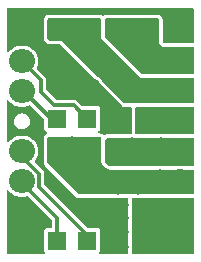
<source format=gbr>
%TF.GenerationSoftware,KiCad,Pcbnew,8.0.4*%
%TF.CreationDate,2024-09-08T19:35:35-03:00*%
%TF.ProjectId,PCBWay-Module_TA6586,50434257-6179-42d4-9d6f-64756c655f54,rev?*%
%TF.SameCoordinates,Original*%
%TF.FileFunction,Copper,L1,Top*%
%TF.FilePolarity,Positive*%
%FSLAX46Y46*%
G04 Gerber Fmt 4.6, Leading zero omitted, Abs format (unit mm)*
G04 Created by KiCad (PCBNEW 8.0.4) date 2024-09-08 19:35:35*
%MOMM*%
%LPD*%
G01*
G04 APERTURE LIST*
G04 Aperture macros list*
%AMRoundRect*
0 Rectangle with rounded corners*
0 $1 Rounding radius*
0 $2 $3 $4 $5 $6 $7 $8 $9 X,Y pos of 4 corners*
0 Add a 4 corners polygon primitive as box body*
4,1,4,$2,$3,$4,$5,$6,$7,$8,$9,$2,$3,0*
0 Add four circle primitives for the rounded corners*
1,1,$1+$1,$2,$3*
1,1,$1+$1,$4,$5*
1,1,$1+$1,$6,$7*
1,1,$1+$1,$8,$9*
0 Add four rect primitives between the rounded corners*
20,1,$1+$1,$2,$3,$4,$5,0*
20,1,$1+$1,$4,$5,$6,$7,0*
20,1,$1+$1,$6,$7,$8,$9,0*
20,1,$1+$1,$8,$9,$2,$3,0*%
G04 Aperture macros list end*
%TA.AperFunction,SMDPad,CuDef*%
%ADD10R,1.600000X1.600000*%
%TD*%
%TA.AperFunction,ComponentPad*%
%ADD11RoundRect,0.250000X0.850000X0.750000X-0.850000X0.750000X-0.850000X-0.750000X0.850000X-0.750000X0*%
%TD*%
%TA.AperFunction,ComponentPad*%
%ADD12O,2.200000X2.000000*%
%TD*%
%TA.AperFunction,ViaPad*%
%ADD13C,0.800000*%
%TD*%
%TA.AperFunction,Conductor*%
%ADD14C,0.304800*%
%TD*%
G04 APERTURE END LIST*
D10*
%TO.P,U1,1,IN1*%
%TO.N,/IN_A1*%
X142980000Y-87220000D03*
%TO.P,U1,2,IN2*%
%TO.N,/IN_A2*%
X145520000Y-87220000D03*
%TO.P,U1,3,GND*%
%TO.N,GND*%
X148060000Y-87220000D03*
%TO.P,U1,4,VM*%
%TO.N,/VM*%
X150600000Y-87220000D03*
%TO.P,U1,5,OUT1*%
%TO.N,/OUT_A1*%
X150600000Y-79600000D03*
%TO.P,U1,6,OUT1*%
X148060000Y-79600000D03*
%TO.P,U1,7,OUT2*%
%TO.N,/OUT_A2*%
X145520000Y-79600000D03*
%TO.P,U1,8,OUT2*%
X142980000Y-79600000D03*
%TD*%
%TO.P,U2,1,IN1*%
%TO.N,/IN_B1*%
X142980000Y-76900000D03*
%TO.P,U2,2,IN2*%
%TO.N,/IN_B2*%
X145520000Y-76900000D03*
%TO.P,U2,3,GND*%
%TO.N,GND*%
X148060000Y-76900000D03*
%TO.P,U2,4,VM*%
%TO.N,/VM*%
X150600000Y-76900000D03*
%TO.P,U2,5,OUT1*%
%TO.N,/OUT_B1*%
X150600000Y-69280000D03*
%TO.P,U2,6,OUT1*%
X148060000Y-69280000D03*
%TO.P,U2,7,OUT2*%
%TO.N,/OUT_B2*%
X145520000Y-69280000D03*
%TO.P,U2,8,OUT2*%
X142980000Y-69280000D03*
%TD*%
D11*
%TO.P,J1,1,Pin_1*%
%TO.N,GND*%
X140000000Y-69500000D03*
D12*
%TO.P,J1,2,Pin_2*%
%TO.N,/IN_B2*%
X140000000Y-72040000D03*
%TO.P,J1,3,Pin_3*%
%TO.N,/IN_B1*%
X140000000Y-74580000D03*
%TO.P,J1,5,Pin_5*%
%TO.N,/IN_A2*%
X140000000Y-79660000D03*
%TO.P,J1,6,Pin_6*%
%TO.N,/IN_A1*%
X140000000Y-82200000D03*
%TO.P,J1,7,Pin_7*%
%TO.N,GND*%
X140000000Y-84740000D03*
%TD*%
D11*
%TO.P,J2,1,Pin_1*%
%TO.N,GND*%
X153400000Y-69500000D03*
D12*
%TO.P,J2,2,Pin_2*%
%TO.N,/OUT_B1*%
X153400000Y-72040000D03*
%TO.P,J2,3,Pin_3*%
%TO.N,/OUT_B2*%
X153400000Y-74580000D03*
%TO.P,J2,4,Pin_4*%
%TO.N,/VM*%
X153400000Y-77120000D03*
%TO.P,J2,5,Pin_5*%
%TO.N,/OUT_A1*%
X153400000Y-79660000D03*
%TO.P,J2,6,Pin_6*%
%TO.N,/OUT_A2*%
X153400000Y-82200000D03*
%TO.P,J2,7,Pin_7*%
%TO.N,/VM*%
X153400000Y-84740000D03*
%TD*%
D13*
%TO.N,/OUT_B2*%
X151400000Y-73900000D03*
X148500000Y-74600000D03*
X145900000Y-71900000D03*
X147200000Y-73200000D03*
X145500000Y-69300000D03*
X143000000Y-69300000D03*
X144900000Y-71000000D03*
X144200000Y-70000000D03*
X150100000Y-73900000D03*
X151400000Y-75100000D03*
X144200000Y-68900000D03*
X150100000Y-75100000D03*
X148600000Y-73100000D03*
X146400000Y-70700000D03*
X147300000Y-71700000D03*
%TO.N,/OUT_B1*%
X150400000Y-70700000D03*
X149300000Y-68800000D03*
X151600000Y-71200000D03*
X150400000Y-72100000D03*
X149300000Y-70000000D03*
X149300000Y-71400000D03*
X151600000Y-72600000D03*
X148100000Y-69300000D03*
X148300000Y-70600000D03*
X150600000Y-69300000D03*
%TO.N,/OUT_A1*%
X151800000Y-80500000D03*
X151800000Y-78900000D03*
X149300000Y-80200000D03*
X148000000Y-79600000D03*
X149300000Y-78900000D03*
%TO.N,/OUT_A2*%
X148100000Y-82900000D03*
X149800000Y-82900000D03*
X145000000Y-82600000D03*
X146500000Y-82500000D03*
X150500000Y-81700000D03*
X144200000Y-80200000D03*
X145000000Y-81400000D03*
X151400000Y-82800000D03*
X143000000Y-79600000D03*
X145500000Y-79700000D03*
X151700000Y-81600000D03*
X144200000Y-78800000D03*
X143500000Y-81200000D03*
X147600000Y-81700000D03*
X146300000Y-81100000D03*
X149100000Y-81700000D03*
%TO.N,GND*%
X143300000Y-83000000D03*
X141100000Y-78000000D03*
X142700000Y-74100000D03*
X139500000Y-86400000D03*
X145800000Y-85200000D03*
X140500000Y-68100000D03*
X147200000Y-76200000D03*
X139300000Y-68100000D03*
X139500000Y-87600000D03*
X141450000Y-69850000D03*
X144800000Y-74400000D03*
X143600000Y-74800000D03*
X147000000Y-84200000D03*
X144100000Y-83800000D03*
X141500000Y-70950000D03*
X145300000Y-73300000D03*
X145900000Y-75300000D03*
X140900000Y-87600000D03*
X148600000Y-87800000D03*
X147100000Y-77700000D03*
X143800000Y-73400000D03*
X144400000Y-72450000D03*
X141850000Y-72000000D03*
X142400000Y-82200000D03*
X147000000Y-75000000D03*
X148600000Y-85300000D03*
X141350000Y-68800000D03*
X142700000Y-72800000D03*
X147000000Y-86500000D03*
X148600000Y-86500000D03*
X143550000Y-71650000D03*
X148060000Y-76900000D03*
X147000000Y-85300000D03*
X147800000Y-87100000D03*
X145000000Y-84300000D03*
X140900000Y-86400000D03*
X148600000Y-84200000D03*
X148900000Y-76300000D03*
X147000000Y-87800000D03*
X146150000Y-74000000D03*
X148900000Y-77800000D03*
X142650000Y-71050000D03*
%TO.N,/VM*%
X151800000Y-76400000D03*
X153700000Y-87700000D03*
X149900000Y-84300000D03*
X151300000Y-85600000D03*
X153700000Y-86500000D03*
X152300000Y-86500000D03*
X152300000Y-87700000D03*
X151300000Y-84300000D03*
X150600000Y-76900000D03*
X149900000Y-85600000D03*
X150600000Y-87200000D03*
X151800000Y-77600000D03*
%TD*%
D14*
%TO.N,/IN_B1*%
X140000000Y-74580000D02*
X140180000Y-74580000D01*
X140180000Y-74580000D02*
X142500000Y-76900000D01*
X142500000Y-76900000D02*
X142980000Y-76900000D01*
%TO.N,/IN_A2*%
X145520000Y-86720000D02*
X145520000Y-87220000D01*
X140000000Y-80100000D02*
X141452400Y-81552400D01*
X140000000Y-79660000D02*
X140000000Y-80100000D01*
X141452400Y-82652400D02*
X145520000Y-86720000D01*
X141452400Y-81552400D02*
X141452400Y-82652400D01*
%TO.N,/IN_A1*%
X140000000Y-82300000D02*
X142980000Y-85280000D01*
X142980000Y-85280000D02*
X142980000Y-87220000D01*
X140000000Y-82200000D02*
X140000000Y-82300000D01*
%TO.N,/IN_B2*%
X144367600Y-75747600D02*
X145520000Y-76900000D01*
X141600000Y-74600000D02*
X142747600Y-75747600D01*
X142747600Y-75747600D02*
X144367600Y-75747600D01*
X141600000Y-73640000D02*
X141600000Y-74600000D01*
X140000000Y-72040000D02*
X141600000Y-73640000D01*
%TD*%
%TA.AperFunction,Conductor*%
%TO.N,/VM*%
G36*
X154558691Y-83624407D02*
G01*
X154594655Y-83673907D01*
X154599500Y-83704500D01*
X154599500Y-88250500D01*
X154580593Y-88308691D01*
X154531093Y-88344655D01*
X154500500Y-88349500D01*
X149399000Y-88349500D01*
X149340809Y-88330593D01*
X149304845Y-88281093D01*
X149300000Y-88250500D01*
X149300000Y-87852477D01*
X149300722Y-87840543D01*
X149305645Y-87800000D01*
X149305645Y-87799998D01*
X149300722Y-87759455D01*
X149300000Y-87747522D01*
X149300000Y-86552477D01*
X149300722Y-86540543D01*
X149305645Y-86500000D01*
X149305645Y-86499998D01*
X149300722Y-86459455D01*
X149300000Y-86447522D01*
X149300000Y-85352477D01*
X149300722Y-85340543D01*
X149305645Y-85300000D01*
X149305645Y-85299998D01*
X149300722Y-85259455D01*
X149300000Y-85247522D01*
X149300000Y-84252477D01*
X149300722Y-84240543D01*
X149305645Y-84200000D01*
X149305645Y-84199998D01*
X149300722Y-84159455D01*
X149300000Y-84147522D01*
X149300000Y-83704500D01*
X149318907Y-83646309D01*
X149368407Y-83610345D01*
X149399000Y-83605500D01*
X154500500Y-83605500D01*
X154558691Y-83624407D01*
G37*
%TD.AperFunction*%
%TD*%
%TA.AperFunction,Conductor*%
%TO.N,/OUT_A1*%
G36*
X148813111Y-78500500D02*
G01*
X148814944Y-78500500D01*
X148986889Y-78500500D01*
X148995162Y-78500000D01*
X154500500Y-78500000D01*
X154558691Y-78518907D01*
X154594655Y-78568407D01*
X154599500Y-78599000D01*
X154599500Y-80801000D01*
X154580593Y-80859191D01*
X154531093Y-80895155D01*
X154500500Y-80900000D01*
X153612599Y-80900000D01*
X153604836Y-80899695D01*
X153602357Y-80899500D01*
X153602352Y-80899500D01*
X153197648Y-80899500D01*
X153197643Y-80899500D01*
X153195164Y-80899695D01*
X153187401Y-80900000D01*
X151795162Y-80900000D01*
X151786889Y-80899500D01*
X151785056Y-80899500D01*
X151614944Y-80899500D01*
X151613111Y-80899500D01*
X151604838Y-80900000D01*
X147441008Y-80900000D01*
X147382817Y-80881093D01*
X147371004Y-80871004D01*
X147028996Y-80528996D01*
X147001219Y-80474479D01*
X147000000Y-80458992D01*
X147000000Y-78741008D01*
X147018907Y-78682817D01*
X147028996Y-78671004D01*
X147171004Y-78528996D01*
X147225521Y-78501219D01*
X147241008Y-78500000D01*
X148804838Y-78500000D01*
X148813111Y-78500500D01*
G37*
%TD.AperFunction*%
%TD*%
%TA.AperFunction,Conductor*%
%TO.N,/OUT_B1*%
G36*
X151559191Y-68418907D02*
G01*
X151595155Y-68468407D01*
X151600000Y-68499000D01*
X151600000Y-70500000D01*
X151900000Y-70800000D01*
X152496809Y-70800000D01*
X152503933Y-70800426D01*
X152503940Y-70800323D01*
X152506895Y-70800499D01*
X152506898Y-70800500D01*
X152506901Y-70800500D01*
X154293099Y-70800500D01*
X154293102Y-70800500D01*
X154293104Y-70800499D01*
X154296060Y-70800323D01*
X154296066Y-70800426D01*
X154303191Y-70800000D01*
X154500500Y-70800000D01*
X154558691Y-70818907D01*
X154594655Y-70868407D01*
X154599500Y-70899000D01*
X154599500Y-73045500D01*
X154580593Y-73103691D01*
X154531093Y-73139655D01*
X154500500Y-73144500D01*
X150235508Y-73144500D01*
X150177317Y-73125593D01*
X150165504Y-73115504D01*
X147078996Y-70028996D01*
X147051219Y-69974479D01*
X147050000Y-69958992D01*
X147050000Y-68499000D01*
X147068907Y-68440809D01*
X147118407Y-68404845D01*
X147149000Y-68400000D01*
X151501000Y-68400000D01*
X151559191Y-68418907D01*
G37*
%TD.AperFunction*%
%TD*%
%TA.AperFunction,Conductor*%
%TO.N,/OUT_B2*%
G36*
X146659191Y-68418907D02*
G01*
X146695155Y-68468407D01*
X146700000Y-68499000D01*
X146700000Y-70100000D01*
X150050000Y-73450000D01*
X154500500Y-73450000D01*
X154558691Y-73468907D01*
X154594655Y-73518407D01*
X154599500Y-73549000D01*
X154599500Y-75501000D01*
X154580593Y-75559191D01*
X154531093Y-75595155D01*
X154500500Y-75600000D01*
X148995162Y-75600000D01*
X148986889Y-75599500D01*
X148985056Y-75599500D01*
X148814944Y-75599500D01*
X148813111Y-75599500D01*
X148804838Y-75600000D01*
X148741008Y-75600000D01*
X148682817Y-75581093D01*
X148671004Y-75571004D01*
X146787301Y-73687301D01*
X146775830Y-73673536D01*
X146689868Y-73549000D01*
X146678183Y-73532071D01*
X146662759Y-73518407D01*
X146550852Y-73419266D01*
X146550851Y-73419265D01*
X146497719Y-73391379D01*
X146473723Y-73373723D01*
X143400000Y-70300000D01*
X143399999Y-70300000D01*
X142391008Y-70300000D01*
X142332817Y-70281093D01*
X142321004Y-70271004D01*
X142178996Y-70128996D01*
X142151219Y-70074479D01*
X142150000Y-70058992D01*
X142150000Y-69902477D01*
X142150722Y-69890543D01*
X142155645Y-69850000D01*
X142155645Y-69849998D01*
X142150722Y-69809455D01*
X142150000Y-69797522D01*
X142150000Y-68499000D01*
X142168907Y-68440809D01*
X142218407Y-68404845D01*
X142249000Y-68400000D01*
X146601000Y-68400000D01*
X146659191Y-68418907D01*
G37*
%TD.AperFunction*%
%TD*%
%TA.AperFunction,Conductor*%
%TO.N,/VM*%
G36*
X154558691Y-75924407D02*
G01*
X154594655Y-75973907D01*
X154599500Y-76004500D01*
X154599500Y-78095500D01*
X154580593Y-78153691D01*
X154531093Y-78189655D01*
X154500500Y-78194500D01*
X149699000Y-78194500D01*
X149640809Y-78175593D01*
X149604845Y-78126093D01*
X149600000Y-78095500D01*
X149600000Y-77852477D01*
X149600722Y-77840543D01*
X149605645Y-77800000D01*
X149605645Y-77799998D01*
X149600722Y-77759455D01*
X149600000Y-77747522D01*
X149600000Y-76352477D01*
X149600722Y-76340543D01*
X149605645Y-76300000D01*
X149605645Y-76299998D01*
X149600722Y-76259455D01*
X149600000Y-76247522D01*
X149600000Y-76004500D01*
X149618907Y-75946309D01*
X149668407Y-75910345D01*
X149699000Y-75905500D01*
X154500500Y-75905500D01*
X154558691Y-75924407D01*
G37*
%TD.AperFunction*%
%TD*%
%TA.AperFunction,Conductor*%
%TO.N,/OUT_A2*%
G36*
X146695734Y-78468907D02*
G01*
X146731698Y-78518407D01*
X146731698Y-78579593D01*
X146728474Y-78588148D01*
X146728357Y-78588419D01*
X146709451Y-78646603D01*
X146694500Y-78741004D01*
X146694500Y-80458981D01*
X146695442Y-80482969D01*
X146696664Y-80498494D01*
X146697294Y-80505472D01*
X146727784Y-80608992D01*
X146729015Y-80613170D01*
X146756792Y-80667687D01*
X146782662Y-80703294D01*
X146812970Y-80745011D01*
X146812972Y-80745013D01*
X146812975Y-80745017D01*
X147154983Y-81087025D01*
X147172601Y-81103311D01*
X147184414Y-81113400D01*
X147189831Y-81117919D01*
X147189837Y-81117922D01*
X147189842Y-81117926D01*
X147288409Y-81171639D01*
X147288411Y-81171640D01*
X147346604Y-81190548D01*
X147346601Y-81190548D01*
X147441005Y-81205500D01*
X147441008Y-81205500D01*
X151604838Y-81205500D01*
X151612661Y-81205264D01*
X151619920Y-81205044D01*
X151622905Y-81205000D01*
X151777095Y-81205000D01*
X151780079Y-81205044D01*
X151795162Y-81205500D01*
X153187396Y-81205500D01*
X153187401Y-81205500D01*
X153199395Y-81205264D01*
X153204180Y-81205076D01*
X153208066Y-81205000D01*
X153591934Y-81205000D01*
X153595820Y-81205076D01*
X153600605Y-81205264D01*
X153612599Y-81205500D01*
X153612604Y-81205500D01*
X154500500Y-81205500D01*
X154558691Y-81224407D01*
X154594655Y-81273907D01*
X154599500Y-81304500D01*
X154599500Y-83201000D01*
X154580593Y-83259191D01*
X154531093Y-83295155D01*
X154500500Y-83300000D01*
X144841008Y-83300000D01*
X144782817Y-83281093D01*
X144771004Y-83271004D01*
X142178996Y-80678996D01*
X142151219Y-80624479D01*
X142150000Y-80608992D01*
X142150000Y-78549000D01*
X142168907Y-78490809D01*
X142218407Y-78454845D01*
X142249000Y-78450000D01*
X146637543Y-78450000D01*
X146695734Y-78468907D01*
G37*
%TD.AperFunction*%
%TD*%
%TA.AperFunction,Conductor*%
%TO.N,GND*%
G36*
X138879591Y-83008070D02*
G01*
X138879593Y-83008073D01*
X138908029Y-83047213D01*
X138908031Y-83047215D01*
X138908034Y-83047219D01*
X139052781Y-83191966D01*
X139052784Y-83191968D01*
X139052786Y-83191970D01*
X139218386Y-83312285D01*
X139218390Y-83312287D01*
X139400781Y-83405220D01*
X139595466Y-83468477D01*
X139595467Y-83468477D01*
X139595470Y-83468478D01*
X139797645Y-83500500D01*
X139797648Y-83500500D01*
X140202355Y-83500500D01*
X140404530Y-83468478D01*
X140404530Y-83468477D01*
X140404534Y-83468477D01*
X140440006Y-83456950D01*
X140501188Y-83456948D01*
X140540603Y-83481100D01*
X142498104Y-85438601D01*
X142525881Y-85493118D01*
X142527100Y-85508605D01*
X142527100Y-86020500D01*
X142508193Y-86078691D01*
X142458693Y-86114655D01*
X142428100Y-86119500D01*
X142135139Y-86119500D01*
X142135136Y-86119501D01*
X142110009Y-86122414D01*
X142007235Y-86167794D01*
X141927794Y-86247235D01*
X141882414Y-86350011D01*
X141879500Y-86375130D01*
X141879500Y-88064860D01*
X141879501Y-88064863D01*
X141882414Y-88089990D01*
X141905104Y-88141378D01*
X141927794Y-88192765D01*
X141927795Y-88192766D01*
X141929019Y-88194553D01*
X141929890Y-88197511D01*
X141931500Y-88201157D01*
X141931025Y-88201366D01*
X141946305Y-88253246D01*
X141925791Y-88310890D01*
X141875312Y-88345467D01*
X141847343Y-88349500D01*
X138799500Y-88349500D01*
X138741309Y-88330593D01*
X138705345Y-88281093D01*
X138700500Y-88250500D01*
X138700500Y-83066263D01*
X138719407Y-83008072D01*
X138768907Y-82972108D01*
X138830093Y-82972108D01*
X138879591Y-83008070D01*
G37*
%TD.AperFunction*%
%TA.AperFunction,Conductor*%
G36*
X138879591Y-75388070D02*
G01*
X138879593Y-75388073D01*
X138908029Y-75427213D01*
X138908031Y-75427215D01*
X138908034Y-75427219D01*
X139052781Y-75571966D01*
X139052784Y-75571968D01*
X139052786Y-75571970D01*
X139218386Y-75692285D01*
X139218390Y-75692287D01*
X139400781Y-75785220D01*
X139595466Y-75848477D01*
X139595467Y-75848477D01*
X139595470Y-75848478D01*
X139797645Y-75880500D01*
X139797648Y-75880500D01*
X140202355Y-75880500D01*
X140404529Y-75848478D01*
X140404530Y-75848477D01*
X140404534Y-75848477D01*
X140599219Y-75785220D01*
X140631520Y-75768761D01*
X140691949Y-75759188D01*
X140746466Y-75786963D01*
X141299506Y-76340004D01*
X141850504Y-76891002D01*
X141878281Y-76945519D01*
X141879500Y-76961006D01*
X141879500Y-77744860D01*
X141879501Y-77744863D01*
X141882414Y-77769990D01*
X141897307Y-77803718D01*
X141927794Y-77872765D01*
X142007235Y-77952206D01*
X142104689Y-77995236D01*
X142150282Y-78036035D01*
X142163188Y-78095843D01*
X142138474Y-78151816D01*
X142107184Y-78175220D01*
X142038833Y-78207693D01*
X142038831Y-78207695D01*
X141989342Y-78243651D01*
X141932079Y-78297824D01*
X141878360Y-78396401D01*
X141878359Y-78396403D01*
X141859451Y-78454595D01*
X141844500Y-78548996D01*
X141844500Y-80608981D01*
X141845442Y-80632969D01*
X141846664Y-80648494D01*
X141847294Y-80655472D01*
X141879015Y-80763170D01*
X141906792Y-80817687D01*
X141924304Y-80841790D01*
X141962970Y-80895011D01*
X141962972Y-80895013D01*
X141962975Y-80895017D01*
X144554983Y-83487025D01*
X144572601Y-83503311D01*
X144584414Y-83513400D01*
X144589831Y-83517919D01*
X144589837Y-83517922D01*
X144589842Y-83517926D01*
X144688409Y-83571639D01*
X144688411Y-83571640D01*
X144746604Y-83590548D01*
X144746601Y-83590548D01*
X144841005Y-83605500D01*
X144841008Y-83605500D01*
X148895500Y-83605500D01*
X148953691Y-83624407D01*
X148989655Y-83673907D01*
X148994500Y-83704500D01*
X148994500Y-84147516D01*
X148995058Y-84165981D01*
X148995780Y-84177908D01*
X148996973Y-84191044D01*
X148996973Y-84208952D01*
X148995780Y-84222084D01*
X148995058Y-84234018D01*
X148994500Y-84252482D01*
X148994500Y-85247516D01*
X148995058Y-85265981D01*
X148995780Y-85277908D01*
X148996973Y-85291044D01*
X148996973Y-85308952D01*
X148995780Y-85322084D01*
X148995058Y-85334018D01*
X148994500Y-85352482D01*
X148994500Y-86447516D01*
X148995058Y-86465981D01*
X148995780Y-86477908D01*
X148996973Y-86491044D01*
X148996973Y-86508952D01*
X148995780Y-86522084D01*
X148995058Y-86534018D01*
X148994500Y-86552482D01*
X148994500Y-87747516D01*
X148995058Y-87765981D01*
X148995780Y-87777908D01*
X148996973Y-87791044D01*
X148996973Y-87808952D01*
X148995780Y-87822084D01*
X148995058Y-87834018D01*
X148994500Y-87852482D01*
X148994500Y-88250500D01*
X148975593Y-88308691D01*
X148926093Y-88344655D01*
X148895500Y-88349500D01*
X146652657Y-88349500D01*
X146594466Y-88330593D01*
X146558502Y-88281093D01*
X146558502Y-88219907D01*
X146570981Y-88194553D01*
X146572201Y-88192769D01*
X146572206Y-88192765D01*
X146617585Y-88089991D01*
X146620500Y-88064865D01*
X146620499Y-86375136D01*
X146617585Y-86350009D01*
X146572206Y-86247235D01*
X146492765Y-86167794D01*
X146389991Y-86122415D01*
X146389990Y-86122414D01*
X146389988Y-86122414D01*
X146364869Y-86119500D01*
X146364865Y-86119500D01*
X145601005Y-86119500D01*
X145542814Y-86100593D01*
X145531001Y-86090504D01*
X141934296Y-82493799D01*
X141906519Y-82439282D01*
X141905300Y-82423795D01*
X141905300Y-81492776D01*
X141905300Y-81492775D01*
X141874436Y-81377587D01*
X141874434Y-81377584D01*
X141874434Y-81377582D01*
X141814813Y-81274317D01*
X141814809Y-81274312D01*
X141730487Y-81189989D01*
X141730487Y-81189990D01*
X141133133Y-80592636D01*
X141105356Y-80538119D01*
X141114927Y-80477687D01*
X141123040Y-80464447D01*
X141212287Y-80341610D01*
X141305220Y-80159219D01*
X141368477Y-79964534D01*
X141400500Y-79762352D01*
X141400500Y-79557648D01*
X141400500Y-79557644D01*
X141368478Y-79355470D01*
X141368477Y-79355466D01*
X141305220Y-79160781D01*
X141212287Y-78978390D01*
X141212285Y-78978386D01*
X141091970Y-78812786D01*
X141091967Y-78812783D01*
X141091966Y-78812781D01*
X140947219Y-78668034D01*
X140947215Y-78668031D01*
X140947213Y-78668029D01*
X140781613Y-78547714D01*
X140781609Y-78547712D01*
X140599219Y-78454780D01*
X140404529Y-78391521D01*
X140202355Y-78359500D01*
X140202352Y-78359500D01*
X139797648Y-78359500D01*
X139797645Y-78359500D01*
X139595470Y-78391521D01*
X139400780Y-78454780D01*
X139218390Y-78547712D01*
X139218386Y-78547714D01*
X139052786Y-78668029D01*
X138908032Y-78812783D01*
X138879593Y-78851927D01*
X138830093Y-78887891D01*
X138768907Y-78887891D01*
X138719407Y-78851927D01*
X138700500Y-78793736D01*
X138700500Y-77052875D01*
X139318500Y-77052875D01*
X139318500Y-77187124D01*
X139344690Y-77318785D01*
X139344690Y-77318787D01*
X139396060Y-77442806D01*
X139396066Y-77442817D01*
X139440934Y-77509965D01*
X139470645Y-77554431D01*
X139565569Y-77649355D01*
X139632114Y-77693819D01*
X139677182Y-77723933D01*
X139677193Y-77723939D01*
X139723005Y-77742914D01*
X139801214Y-77775310D01*
X139932878Y-77801500D01*
X139932879Y-77801500D01*
X140067121Y-77801500D01*
X140067122Y-77801500D01*
X140198786Y-77775310D01*
X140322811Y-77723937D01*
X140434431Y-77649355D01*
X140529355Y-77554431D01*
X140603937Y-77442811D01*
X140655310Y-77318786D01*
X140681500Y-77187122D01*
X140681500Y-77052878D01*
X140655310Y-76921214D01*
X140603937Y-76797189D01*
X140603936Y-76797187D01*
X140603933Y-76797182D01*
X140573819Y-76752114D01*
X140529355Y-76685569D01*
X140434431Y-76590645D01*
X140389965Y-76560934D01*
X140322817Y-76516066D01*
X140322806Y-76516060D01*
X140198786Y-76464690D01*
X140067124Y-76438500D01*
X140067122Y-76438500D01*
X139932878Y-76438500D01*
X139932875Y-76438500D01*
X139801214Y-76464690D01*
X139801212Y-76464690D01*
X139677193Y-76516060D01*
X139677182Y-76516066D01*
X139565569Y-76590645D01*
X139565565Y-76590648D01*
X139470648Y-76685565D01*
X139470645Y-76685569D01*
X139396066Y-76797182D01*
X139396060Y-76797193D01*
X139344690Y-76921212D01*
X139344690Y-76921214D01*
X139318500Y-77052875D01*
X138700500Y-77052875D01*
X138700500Y-75446263D01*
X138719407Y-75388072D01*
X138768907Y-75352108D01*
X138830093Y-75352108D01*
X138879591Y-75388070D01*
G37*
%TD.AperFunction*%
%TA.AperFunction,Conductor*%
G36*
X154558691Y-67569407D02*
G01*
X154594655Y-67618907D01*
X154599500Y-67649500D01*
X154599500Y-70395500D01*
X154580593Y-70453691D01*
X154531093Y-70489655D01*
X154500500Y-70494500D01*
X154303191Y-70494500D01*
X154288127Y-70494950D01*
X154287935Y-70494956D01*
X154284978Y-70495000D01*
X152515023Y-70495000D01*
X152512067Y-70494956D01*
X152496809Y-70494500D01*
X152496804Y-70494500D01*
X152067550Y-70494500D01*
X152009359Y-70475593D01*
X151997546Y-70465504D01*
X151934496Y-70402454D01*
X151906719Y-70347937D01*
X151905500Y-70332450D01*
X151905500Y-68499006D01*
X151905500Y-68499000D01*
X151901739Y-68451214D01*
X151896894Y-68420621D01*
X151890487Y-68390246D01*
X151842309Y-68288838D01*
X151842304Y-68288831D01*
X151806348Y-68239342D01*
X151806347Y-68239341D01*
X151806345Y-68239338D01*
X151752177Y-68182081D01*
X151752176Y-68182080D01*
X151752175Y-68182079D01*
X151653598Y-68128360D01*
X151653596Y-68128359D01*
X151595403Y-68109451D01*
X151595406Y-68109451D01*
X151501003Y-68094500D01*
X151501000Y-68094500D01*
X147149000Y-68094500D01*
X147101214Y-68098261D01*
X147084800Y-68100860D01*
X147070619Y-68103106D01*
X147070614Y-68103106D01*
X147040247Y-68109512D01*
X147040242Y-68109514D01*
X146938841Y-68157689D01*
X146938829Y-68157696D01*
X146933130Y-68161837D01*
X146874939Y-68180742D01*
X146827571Y-68168672D01*
X146797013Y-68152020D01*
X146753595Y-68128359D01*
X146695403Y-68109451D01*
X146695406Y-68109451D01*
X146601003Y-68094500D01*
X146601000Y-68094500D01*
X142249000Y-68094500D01*
X142201214Y-68098261D01*
X142184800Y-68100860D01*
X142170619Y-68103106D01*
X142170614Y-68103106D01*
X142140247Y-68109512D01*
X142140242Y-68109514D01*
X142038841Y-68157689D01*
X142038831Y-68157695D01*
X141989342Y-68193651D01*
X141932079Y-68247824D01*
X141878360Y-68346401D01*
X141878359Y-68346403D01*
X141859451Y-68404595D01*
X141844500Y-68498996D01*
X141844500Y-69797516D01*
X141845058Y-69815981D01*
X141845780Y-69827908D01*
X141846973Y-69841044D01*
X141846973Y-69858952D01*
X141845780Y-69872084D01*
X141845058Y-69884018D01*
X141844500Y-69902482D01*
X141844500Y-70058981D01*
X141845442Y-70082969D01*
X141846664Y-70098494D01*
X141847294Y-70105472D01*
X141879015Y-70213170D01*
X141906792Y-70267687D01*
X141932662Y-70303294D01*
X141962970Y-70345011D01*
X141962972Y-70345013D01*
X141962975Y-70345017D01*
X142104983Y-70487025D01*
X142122601Y-70503311D01*
X142134414Y-70513400D01*
X142139831Y-70517919D01*
X142139837Y-70517922D01*
X142139842Y-70517926D01*
X142238409Y-70571639D01*
X142238411Y-70571640D01*
X142296604Y-70590548D01*
X142296601Y-70590548D01*
X142391005Y-70605500D01*
X142391008Y-70605500D01*
X143232450Y-70605500D01*
X143290641Y-70624407D01*
X143302454Y-70634496D01*
X146257705Y-73589747D01*
X146292666Y-73619789D01*
X146292676Y-73619796D01*
X146316653Y-73637439D01*
X146316660Y-73637443D01*
X146316665Y-73637447D01*
X146355745Y-73661885D01*
X146365387Y-73666945D01*
X146385024Y-73680499D01*
X146411932Y-73704337D01*
X146438836Y-73728173D01*
X146454661Y-73746036D01*
X146524402Y-73847071D01*
X146524409Y-73847081D01*
X146532653Y-73857938D01*
X146541128Y-73869099D01*
X146541138Y-73869111D01*
X146541140Y-73869114D01*
X146552611Y-73882879D01*
X146571280Y-73903322D01*
X148454983Y-75787025D01*
X148472601Y-75803311D01*
X148484414Y-75813400D01*
X148489831Y-75817919D01*
X148489837Y-75817922D01*
X148489842Y-75817926D01*
X148588409Y-75871639D01*
X148588411Y-75871640D01*
X148646604Y-75890548D01*
X148646601Y-75890548D01*
X148741005Y-75905500D01*
X148741008Y-75905500D01*
X148804838Y-75905500D01*
X148819920Y-75905045D01*
X148822905Y-75905000D01*
X148977095Y-75905000D01*
X148980079Y-75905044D01*
X148995162Y-75905500D01*
X149195500Y-75905500D01*
X149253691Y-75924407D01*
X149289655Y-75973907D01*
X149294500Y-76004500D01*
X149294500Y-76247516D01*
X149295058Y-76265981D01*
X149295780Y-76277908D01*
X149296973Y-76291044D01*
X149296973Y-76308952D01*
X149295780Y-76322084D01*
X149295058Y-76334018D01*
X149294500Y-76352482D01*
X149294500Y-77747516D01*
X149295058Y-77765981D01*
X149295780Y-77777908D01*
X149296973Y-77791044D01*
X149296973Y-77808952D01*
X149295780Y-77822084D01*
X149295058Y-77834018D01*
X149294500Y-77852482D01*
X149294500Y-78095500D01*
X149275593Y-78153691D01*
X149226093Y-78189655D01*
X149195500Y-78194500D01*
X148995162Y-78194500D01*
X148980080Y-78194955D01*
X148977095Y-78195000D01*
X148822905Y-78195000D01*
X148819920Y-78194955D01*
X148804838Y-78194500D01*
X147241008Y-78194500D01*
X147226025Y-78195088D01*
X147217030Y-78195442D01*
X147201505Y-78196664D01*
X147194527Y-78197294D01*
X147086829Y-78229015D01*
X147032310Y-78256793D01*
X147031405Y-78257451D01*
X147031047Y-78257567D01*
X147028991Y-78258827D01*
X147028688Y-78258333D01*
X146973211Y-78276350D01*
X146915023Y-78257435D01*
X146901309Y-78245387D01*
X146888721Y-78232082D01*
X146888718Y-78232079D01*
X146790141Y-78178360D01*
X146790139Y-78178359D01*
X146731946Y-78159451D01*
X146731949Y-78159451D01*
X146637546Y-78144500D01*
X146637543Y-78144500D01*
X146526571Y-78144500D01*
X146468380Y-78125593D01*
X146432416Y-78076093D01*
X146432416Y-78014907D01*
X146468380Y-77965407D01*
X146486578Y-77954937D01*
X146492765Y-77952206D01*
X146572206Y-77872765D01*
X146617585Y-77769991D01*
X146620500Y-77744865D01*
X146620499Y-76055136D01*
X146617585Y-76030009D01*
X146572206Y-75927235D01*
X146492765Y-75847794D01*
X146389991Y-75802415D01*
X146389990Y-75802414D01*
X146389988Y-75802414D01*
X146364869Y-75799500D01*
X146364865Y-75799500D01*
X145101005Y-75799500D01*
X145042814Y-75780593D01*
X145031002Y-75770504D01*
X144645687Y-75385190D01*
X144645682Y-75385186D01*
X144542416Y-75325565D01*
X144542418Y-75325565D01*
X144497724Y-75313589D01*
X144427225Y-75294700D01*
X144427223Y-75294700D01*
X142976206Y-75294700D01*
X142918015Y-75275793D01*
X142906202Y-75265704D01*
X142081896Y-74441398D01*
X142054119Y-74386881D01*
X142052900Y-74371394D01*
X142052900Y-73580376D01*
X142052900Y-73580375D01*
X142022036Y-73465187D01*
X142022034Y-73465184D01*
X142022034Y-73465182D01*
X141962413Y-73361917D01*
X141962409Y-73361912D01*
X141878087Y-73277589D01*
X141878087Y-73277590D01*
X141300215Y-72699718D01*
X141272438Y-72645201D01*
X141282008Y-72584773D01*
X141305220Y-72539219D01*
X141368477Y-72344534D01*
X141400500Y-72142352D01*
X141400500Y-71937648D01*
X141400500Y-71937644D01*
X141368478Y-71735470D01*
X141368477Y-71735466D01*
X141305220Y-71540781D01*
X141212287Y-71358390D01*
X141212285Y-71358386D01*
X141091970Y-71192786D01*
X141091967Y-71192783D01*
X141091966Y-71192781D01*
X140947219Y-71048034D01*
X140947215Y-71048031D01*
X140947213Y-71048029D01*
X140781613Y-70927714D01*
X140781609Y-70927712D01*
X140599219Y-70834780D01*
X140404529Y-70771521D01*
X140202355Y-70739500D01*
X140202352Y-70739500D01*
X139797648Y-70739500D01*
X139797645Y-70739500D01*
X139595470Y-70771521D01*
X139400780Y-70834780D01*
X139218390Y-70927712D01*
X139218386Y-70927714D01*
X139052786Y-71048029D01*
X138908032Y-71192783D01*
X138879593Y-71231927D01*
X138830093Y-71267891D01*
X138768907Y-71267891D01*
X138719407Y-71231927D01*
X138700500Y-71173736D01*
X138700500Y-67649500D01*
X138719407Y-67591309D01*
X138768907Y-67555345D01*
X138799500Y-67550500D01*
X154500500Y-67550500D01*
X154558691Y-67569407D01*
G37*
%TD.AperFunction*%
%TD*%
M02*

</source>
